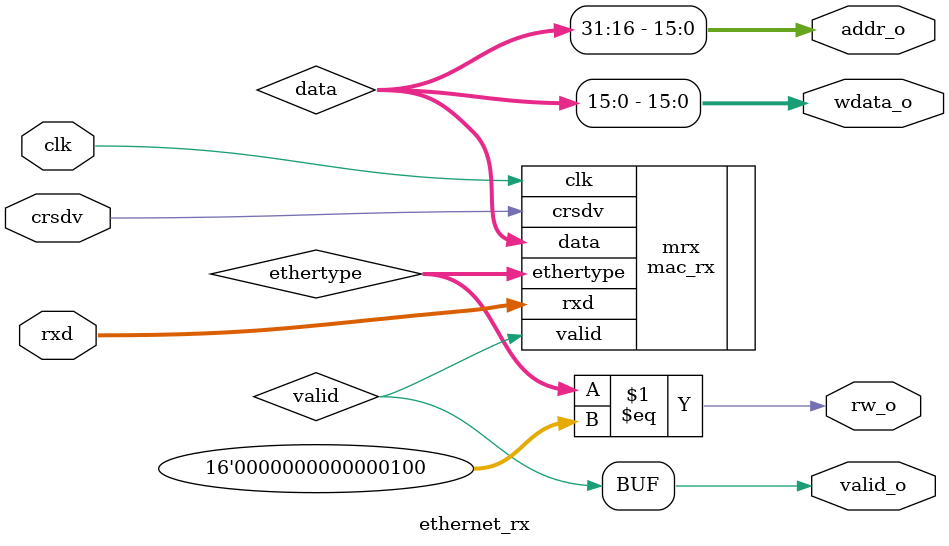
<source format=v>
`default_nettype none
`timescale 1ns/1ps

module ethernet_rx (
    input wire clk,

    input wire crsdv,
    input wire [1:0] rxd,

    output reg [15:0] addr_o,
    output reg [15:0] wdata_o,
    output reg rw_o,
    output reg valid_o
    );

    // we know if the packet is a read or write
    // based on the ethertype.

    reg [15:0] ethertype;
    reg [31:0] data;
    reg valid;

    mac_rx mrx (
        .clk(clk),

        .crsdv(crsdv),
        .rxd(rxd),

        .ethertype(ethertype),
        .data(data),
        .valid(valid));

        assign addr_o = data[31:16];
        assign wdata_o = data[15:0];
        assign rw_o = (ethertype == 4);
        assign valid_o = valid;

endmodule

`default_nettype wire
</source>
